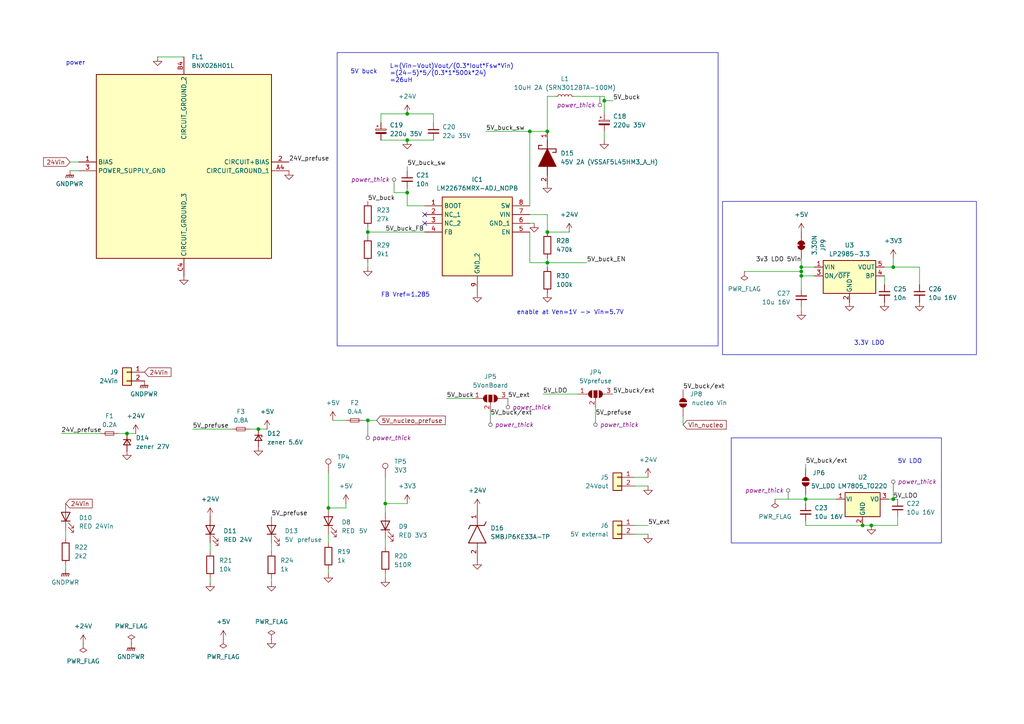
<source format=kicad_sch>
(kicad_sch (version 20231120) (generator "eeschema") (generator_version "8.0")
  (paper "A4")
  (title_block (title "EP5 dashbaord left board") (date "2024-08-05") (rev "3.0") (company "NTURacing") (comment 1 "郭哲明") (comment 2 "electrical group"))
  (junction (at 118.11 55.88))
  (junction (at 106.68 67.31))
  (junction (at 95.25 147.32))
  (junction (at 175.26 29.21))
  (junction (at 153.67 38.1))
  (junction (at 232.41 78.74))
  (junction (at 259.08 77.47))
  (junction (at 158.75 38.1))
  (junction (at 74.93 124.46))
  (junction (at 232.41 80.01))
  (junction (at 232.41 77.47))
  (junction (at 118.11 33.02))
  (junction (at 158.75 76.2))
  (junction (at 106.68 121.92))
  (junction (at 252.73 152.4))
  (junction (at 259.08 144.78))
  (junction (at 233.68 144.78))
  (junction (at 36.83 125.73))
  (junction (at 111.76 146.05))
  (junction (at 250.19 152.4))
  (junction (at 118.11 40.64))
  (junction (at 158.75 67.31))
  (no_connect (at 123.19 64.77))
  (no_connect (at 123.19 62.23))
  (wire (pts (xy 74.93 124.46) (xy 72.39 124.46)))
  (wire (pts (xy 233.68 152.4) (xy 250.19 152.4)))
  (wire (pts (xy 60.96 168.91) (xy 60.96 167.64)))
  (wire (pts (xy 158.75 27.94) (xy 158.75 38.1)))
  (wire (pts (xy 110.49 33.02) (xy 118.11 33.02)))
  (wire (pts (xy 118.11 54.61) (xy 118.11 55.88)))
  (wire (pts (xy 232.41 78.74) (xy 232.41 80.01)))
  (wire (pts (xy 187.96 140.97) (xy 184.15 140.97)))
  (wire (pts (xy 77.47 124.46) (xy 74.93 124.46)))
  (wire (pts (xy 175.26 38.1) (xy 175.26 40.64)))
  (wire (pts (xy 154.94 64.77) (xy 153.67 64.77)))
  (wire (pts (xy 125.73 35.56) (xy 125.73 33.02)))
  (wire (pts (xy 118.11 55.88) (xy 118.11 59.69)))
  (wire (pts (xy 177.8 29.21) (xy 175.26 29.21)))
  (wire (pts (xy 95.25 137.16) (xy 95.25 147.32)))
  (wire (pts (xy 184.15 152.4) (xy 187.96 152.4)))
  (wire (pts (xy 259.08 77.47) (xy 266.7 77.47)))
  (wire (pts (xy 78.74 160.02) (xy 78.74 157.48)))
  (wire (pts (xy 256.54 77.47) (xy 259.08 77.47)))
  (wire (pts (xy 118.11 146.05) (xy 111.76 146.05)))
  (wire (pts (xy 233.68 134.62) (xy 233.68 135.89)))
  (wire (pts (xy 252.73 152.4) (xy 260.35 152.4)))
  (wire (pts (xy 153.67 38.1) (xy 158.75 38.1)))
  (wire (pts (xy 39.37 125.73) (xy 36.83 125.73)))
  (wire (pts (xy 36.83 125.73) (xy 34.29 125.73)))
  (wire (pts (xy 111.76 146.05) (xy 111.76 148.59)))
  (wire (pts (xy 259.08 144.78) (xy 260.35 144.78)))
  (wire (pts (xy 232.41 80.01) (xy 236.22 80.01)))
  (wire (pts (xy 106.68 66.04) (xy 106.68 67.31)))
  (wire (pts (xy 106.68 121.92) (xy 105.41 121.92)))
  (wire (pts (xy 118.11 48.26) (xy 118.11 49.53)))
  (wire (pts (xy 232.41 80.01) (xy 232.41 83.82)))
  (wire (pts (xy 110.49 35.56) (xy 110.49 33.02)))
  (wire (pts (xy 125.73 33.02) (xy 118.11 33.02)))
  (wire (pts (xy 259.08 74.93) (xy 259.08 77.47)))
  (wire (pts (xy 158.75 76.2) (xy 158.75 77.47)))
  (wire (pts (xy 187.96 154.94) (xy 184.15 154.94)))
  (wire (pts (xy 166.37 27.94) (xy 175.26 27.94)))
  (wire (pts (xy 95.25 166.37) (xy 95.25 165.1)))
  (wire (pts (xy 100.33 146.05) (xy 100.33 147.32)))
  (wire (pts (xy 198.12 123.19) (xy 198.12 120.65)))
  (wire (pts (xy 100.33 147.32) (xy 95.25 147.32)))
  (wire (pts (xy 175.26 29.21) (xy 175.26 33.02)))
  (wire (pts (xy 158.75 76.2) (xy 170.18 76.2)))
  (wire (pts (xy 114.3 54.61) (xy 114.3 55.88)))
  (wire (pts (xy 111.76 167.64) (xy 111.76 166.37)))
  (wire (pts (xy 45.72 16.51) (xy 53.34 16.51)))
  (wire (pts (xy 20.32 46.99) (xy 22.86 46.99)))
  (wire (pts (xy 215.9 78.74) (xy 232.41 78.74)))
  (wire (pts (xy 233.68 151.13) (xy 233.68 152.4)))
  (wire (pts (xy 142.24 120.65) (xy 142.24 119.38)))
  (wire (pts (xy 106.68 77.47) (xy 106.68 76.2)))
  (wire (pts (xy 172.72 120.65) (xy 172.72 118.11)))
  (wire (pts (xy 106.68 124.46) (xy 106.68 121.92)))
  (wire (pts (xy 20.32 49.53) (xy 22.86 49.53)))
  (wire (pts (xy 153.67 38.1) (xy 153.67 59.69)))
  (wire (pts (xy 118.11 59.69) (xy 123.19 59.69)))
  (wire (pts (xy 95.25 157.48) (xy 95.25 154.94)))
  (wire (pts (xy 153.67 76.2) (xy 158.75 76.2)))
  (wire (pts (xy 60.96 160.02) (xy 60.96 157.48)))
  (wire (pts (xy 184.15 138.43) (xy 187.96 138.43)))
  (wire (pts (xy 232.41 74.93) (xy 232.41 77.47)))
  (wire (pts (xy 250.19 152.4) (xy 252.73 152.4)))
  (wire (pts (xy 233.68 144.78) (xy 242.57 144.78)))
  (wire (pts (xy 118.11 40.64) (xy 110.49 40.64)))
  (wire (pts (xy 158.75 62.23) (xy 158.75 67.31)))
  (wire (pts (xy 111.76 138.43) (xy 111.76 146.05)))
  (wire (pts (xy 232.41 77.47) (xy 232.41 78.74)))
  (wire (pts (xy 78.74 168.91) (xy 78.74 167.64)))
  (wire (pts (xy 233.68 143.51) (xy 233.68 144.78)))
  (wire (pts (xy 233.68 146.05) (xy 233.68 144.78)))
  (wire (pts (xy 158.75 27.94) (xy 161.29 27.94)))
  (wire (pts (xy 260.35 149.86) (xy 260.35 152.4)))
  (wire (pts (xy 140.97 38.1) (xy 153.67 38.1)))
  (wire (pts (xy 114.3 55.88) (xy 118.11 55.88)))
  (wire (pts (xy 232.41 88.9) (xy 232.41 90.17)))
  (wire (pts (xy 153.67 67.31) (xy 153.67 76.2)))
  (wire (pts (xy 224.79 144.78) (xy 233.68 144.78)))
  (wire (pts (xy 175.26 27.94) (xy 175.26 29.21)))
  (wire (pts (xy 106.68 68.58) (xy 106.68 67.31)))
  (wire (pts (xy 157.48 114.3) (xy 167.64 114.3)))
  (wire (pts (xy 19.05 156.21) (xy 19.05 153.67)))
  (wire (pts (xy 55.88 124.46) (xy 67.31 124.46)))
  (wire (pts (xy 158.75 62.23) (xy 153.67 62.23)))
  (wire (pts (xy 96.52 121.92) (xy 100.33 121.92)))
  (wire (pts (xy 129.54 115.57) (xy 137.16 115.57)))
  (wire (pts (xy 17.78 125.73) (xy 29.21 125.73)))
  (wire (pts (xy 232.41 77.47) (xy 236.22 77.47)))
  (wire (pts (xy 165.1 67.31) (xy 158.75 67.31)))
  (wire (pts (xy 118.11 40.64) (xy 125.73 40.64)))
  (wire (pts (xy 257.81 144.78) (xy 259.08 144.78)))
  (wire (pts (xy 109.22 121.92) (xy 106.68 121.92)))
  (wire (pts (xy 111.76 158.75) (xy 111.76 156.21)))
  (wire (pts (xy 266.7 77.47) (xy 266.7 82.55)))
  (wire (pts (xy 158.75 76.2) (xy 158.75 74.93)))
  (wire (pts (xy 19.05 165.1) (xy 19.05 163.83)))
  (wire (pts (xy 256.54 82.55) (xy 256.54 80.01)))
  (wire (pts (xy 106.68 67.31) (xy 123.19 67.31)))
  (wire (pts (xy 259.08 142.24) (xy 259.08 144.78)))
  (rectangle (start 209.55 58.42) (end 283.21 102.87))
  (rectangle (start 97.79 15.24) (end 208.28 100.33))
  (rectangle (start 212.09 127) (end 273.05 157.48))
  (text "L=(Vin-Vout)Vout/(0.3*Iout*Fsw*Vin)\n=(24-5)*5/(0.3*1*500k*24)\n=26uH" (at 113.03 24.13 0) (effects (font (size 1.27 1.27)) (justify left bottom)))
  (text "enable at Ven=1V -> Vin=5.7V\n" (at 149.86 91.44 0) (effects (font (size 1.27 1.27)) (justify left bottom)))
  (text "5V LDO" (at 260.35 134.62 0) (effects (font (size 1.27 1.27)) (justify left bottom)))
  (text "5V buck" (at 101.6 21.59 0) (effects (font (size 1.27 1.27)) (justify left bottom)))
  (text "3.3V LDO" (at 247.65 100.33 0) (effects (font (size 1.27 1.27)) (justify left bottom)))
  (text "power" (at 19.05 19.05 0) (effects (font (size 1.27 1.27)) (justify left bottom)))
  (text "FB Vref=1.285" (at 110.49 86.36 0) (effects (font (size 1.27 1.27)) (justify left bottom)))
  (label "5V_buck_sw" (at 140.97 38.1 0))
  (label "5V_buck_EN" (at 170.18 76.2 0))
  (label "5V_buck" (at 106.68 58.42 0))
  (label "5V_ext" (at 187.96 152.4 0))
  (label "3v3 LDO 5Vin" (at 232.41 76.2 180))
  (label "5V_buck" (at 129.54 115.57 0))
  (label "5V_buck" (at 177.8 29.21 0))
  (label "5V_prefuse" (at 55.88 124.46 0))
  (label "24V_prefuse" (at 83.82 46.99 0))
  (label "5V_buck{slash}ext" (at 142.24 120.65 0))
  (label "5V_ext" (at 147.32 115.57 0))
  (label "5V_buck{slash}ext" (at 198.12 113.03 0))
  (label "5V_buck_sw" (at 118.11 48.26 0))
  (label "5V_buck_FB" (at 111.76 67.31 0))
  (label "5V_buck{slash}ext" (at 233.68 134.62 0))
  (label "5V_prefuse" (at 78.74 149.86 0))
  (label "24V_prefuse" (at 17.78 125.73 0))
  (label "5V_LDO" (at 259.08 144.78 0))
  (label "5V_buck{slash}ext" (at 177.8 114.3 0))
  (label "5V_prefuse" (at 172.72 120.65 0))
  (label "5V_LDO" (at 157.48 114.3 0))
  (global_label "24Vin" (shape input) (at 19.05 146.05 0) (property "Intersheetrefs" "${INTERSHEET_REFS}" (effects (hide yes))))
  (global_label "24Vin" (shape input) (at 41.91 107.95 0) (property "Intersheetrefs" "${INTERSHEET_REFS}" (effects (hide yes))))
  (global_label "5V_nucleo_prefuse" (shape input) (at 109.22 121.92 0) (property "Intersheetrefs" "${INTERSHEET_REFS}" (effects (hide yes))))
  (global_label "Vin_nucleo" (shape input) (at 198.12 123.19 0) (property "Intersheetrefs" "${INTERSHEET_REFS}" (effects (hide yes))))
  (global_label "24Vin" (shape input) (at 20.32 46.99 180) (property "Intersheetrefs" "${INTERSHEET_REFS}" (effects (hide yes))))
  (netclass_flag "" (length 2.54) (shape round) (at 114.3 54.61 0) (property "Netclass" "power_thick" (at 113.03 52.07 0) (effects (font (italic yes)) (justify right))))
  (netclass_flag "" (length 2.54) (shape round) (at 142.24 120.65 180) (property "Netclass" "power_thick" (at 143.51 123.19 0) (effects (font (italic yes)) (justify left))))
  (netclass_flag "" (length 2.54) (shape round) (at 147.32 115.57 180) (property "Netclass" "power_thick" (at 148.59 118.11 0) (effects (font (italic yes)) (justify left))))
  (netclass_flag "" (length 2.54) (shape round) (at 106.68 124.46 180) (property "Netclass" "power_thick" (at 107.95 127 0) (effects (font (italic yes)) (justify left))))
  (netclass_flag "" (length 2.54) (shape round) (at 172.72 120.65 180) (property "Netclass" "power_thick" (at 173.99 123.19 0) (effects (font (italic yes)) (justify left))))
  (netclass_flag "" (length 2.54) (shape round) (at 259.08 142.24 0) (property "Netclass" "power_thick" (at 260.35 139.7 0) (effects (font (italic yes)) (justify left))))
  (netclass_flag "" (length 2.54) (shape round) (at 228.6 144.78 0) (property "Netclass" "power_thick" (at 227.33 142.24 0) (effects (font (italic yes)) (justify right))))
  (netclass_flag "" (length 2.54) (shape round) (at 173.99 27.94 180) (property "Netclass" "power_thick" (at 172.72 30.48 0) (effects (font (italic yes)) (justify right))))
  (symbol (lib_id "power:+5V") (at 96.52 121.92 0) (unit 1)
    (property "Reference" "#PWR070" (effects (hide yes)))
    (property "Value" "+5V" (at 96.52 116.84 0))
    (property "Description" "Power symbol creates a global label with name \"+5V\"" (effects (hide yes)))
    (instances (project "EP5 dashboard DIYbox board2" (path "" (reference "#PWR070") (unit 1))) (project "rearbox_nucleo_1" (path "" (reference "#PWR017") (unit 1)) (path "" (reference "#PWR023") (unit 1))))
  )
  (symbol (lib_id "power:GND") (at 187.96 140.97 0) (unit 1)
    (property "Reference" "#PWR010" (effects (hide yes)))
    (property "Value" "GND" (effects (hide yes)))
    (property "Description" "Power symbol creates a global label with name \"GND\" , ground" (effects (hide yes)))
    (instances (project "EP5 dashboard DIYbox board2" (path "" (reference "#PWR010") (unit 1))) (project "rearbox_nucleo_1" (path "" (reference "#PWR027") (unit 1)) (path "" (reference "#PWR036") (unit 1))))
  )
  (symbol (lib_id "Device:Fuse_Small") (at 31.75 125.73 0) (unit 1)
    (property "Reference" "F1" (at 31.75 120.65 0))
    (property "Value" "0.2A" (at 31.75 123.19 0))
    (property "Footprint" "Fuse:Fuse_2512_6332Metric_Pad1.52x3.35mm_HandSolder" (effects (hide yes)))
    (property "Description" "Fuse, small symbol" (effects (hide yes)))
    (instances (project "EP5 dashboard DIYbox board2" (path "" (reference "F1") (unit 1))) (project "rearbox_nucleo_1" (path "" (reference "F2") (unit 1))))
  )
  (symbol (lib_id "Device:C_Small") (at 125.73 38.1 0) (unit 1)
    (property "Reference" "C20" (at 128.27 36.8363 0) (effects (justify left)))
    (property "Value" "22u 35V" (at 128.27 39.3763 0) (effects (justify left)))
    (property "Footprint" "Capacitor_SMD:C_1206_3216Metric" (effects (hide yes)))
    (property "Description" "Unpolarized capacitor, small symbol" (effects (hide yes)))
    (instances (project "EP5 dashboard DIYbox board2" (path "" (reference "C20") (unit 1))) (project "rearbox_nucleo_1" (path "" (reference "C3") (unit 1))))
  )
  (symbol (lib_id "SamacSys_Parts:VSSAF5L45HM3_A_H") (at 158.75 35.56 270) (unit 1)
    (property "Reference" "D15" (at 162.56 44.45 90) (effects (justify left)))
    (property "Value" "45V 2A (VSSAF5L45HM3_A_H)" (at 162.56 46.99 90) (effects (justify left)))
    (property "Footprint" "SamacSys_Parts:SODFL5226X100N" (effects (hide yes)))
    (property "Datasheet" "https://www.vishay.com/docs/89934/vssaf5l45.pdf" (effects (hide yes)))
    (property "Description" "Schottky Diodes & Rectifiers TMBS 45V Vrrm eSMP AEC-Q101 Qualified" (effects (hide yes)))
    (property "Height" "1" (effects (hide yes)))
    (property "Mouser Part Number" "78-VSSAF5L45HM3_A/H" (effects (hide yes)))
    (property "Mouser Price/Stock" "https://www.mouser.co.uk/ProductDetail/Vishay-General-Semiconductor/VSSAF5L45HM3_A-H?qs=Vcr9%2FL0R50j9URAPL4oknQ%3D%3D" (effects (hide yes)))
    (property "Manufacturer_Name" "Vishay" (effects (hide yes)))
    (property "Manufacturer_Part_Number" "VSSAF5L45HM3_A/H" (effects (hide yes)))
    (instances (project "EP5 dashboard DIYbox board2" (path "" (reference "D15") (unit 1))) (project "rearbox_nucleo_1" (path "" (reference "D2") (unit 1))))
  )
  (symbol (lib_id "Connector_Generic:Conn_01x02") (at 179.07 138.43 0) (mirror y) (unit 1)
    (property "Reference" "J5" (at 176.53 138.43 0) (effects (justify left)))
    (property "Value" "24Vout" (at 176.53 140.97 0) (effects (justify left)))
    (property "Footprint" "Connector_PinHeader_2.54mm:PinHeader_1x02_P2.54mm_Vertical" (effects (hide yes)))
    (property "Description" "Generic connector, single row, 01x02, script generated (kicad-library-utils/schlib/autogen/connector/)" (effects (hide yes)))
    (instances (project "EP5 dashboard DIYbox board2" (path "" (reference "J5") (unit 1))) (project "rearbox_nucleo_1" (path "" (reference "J5") (unit 1)) (path "" (reference "J6") (unit 1))))
  )
  (symbol (lib_id "Device:R") (at 111.76 162.56 0) (unit 1)
    (property "Reference" "R20" (at 114.3 161.29 0) (effects (justify left)))
    (property "Value" "510R" (at 114.3 163.83 0) (effects (justify left)))
    (property "Footprint" "Resistor_SMD:R_0603_1608Metric" (effects (hide yes)))
    (property "Description" "Resistor" (effects (hide yes)))
    (instances (project "EP5 dashboard DIYbox board2" (path "" (reference "R20") (unit 1))) (project "rearbox_nucleo_1" (path "" (reference "R23") (unit 1)) (path "" (reference "R22") (unit 1))) (project "BMS_MASTER_STM32F105RC" (path "" (reference "R17") (unit 1))))
  )
  (symbol (lib_id "Device:R") (at 78.74 163.83 0) (unit 1)
    (property "Reference" "R24" (at 81.28 162.56 0) (effects (justify left)))
    (property "Value" "1k" (at 81.28 165.1 0) (effects (justify left)))
    (property "Footprint" "Resistor_SMD:R_0603_1608Metric" (effects (hide yes)))
    (property "Description" "Resistor" (effects (hide yes)))
    (instances (project "EP5 dashboard DIYbox board2" (path "" (reference "R24") (unit 1))) (project "rearbox_nucleo_1" (path "" (reference "R22") (unit 1)) (path "" (reference "R22") (unit 1))) (project "BMS_MASTER_STM32F105RC" (path "" (reference "R17") (unit 1))))
  )
  (symbol (lib_id "Device:LED") (at 60.96 153.67 90) (unit 1)
    (property "Reference" "D11" (at 64.77 153.9875 90) (effects (justify right)))
    (property "Value" "RED 24V" (at 64.77 156.5275 90) (effects (justify right)))
    (property "Footprint" "LED_SMD:LED_0603_1608Metric" (effects (hide yes)))
    (property "Description" "Light emitting diode" (effects (hide yes)))
    (instances (project "EP5 dashboard DIYbox board2" (path "" (reference "D11") (unit 1))) (project "rearbox_nucleo_1" (path "" (reference "D5") (unit 1)) (path "" (reference "D7") (unit 1))) (project "BMS_MASTER_STM32F105RC" (path "" (reference "D1") (unit 1))))
  )
  (symbol (lib_id "power:+24V") (at 187.96 138.43 0) (unit 1)
    (property "Reference" "#PWR030" (effects (hide yes)))
    (property "Value" "+24V" (at 187.96 133.35 0))
    (property "Description" "Power symbol creates a global label with name \"+24V\"" (effects (hide yes)))
    (instances (project "EP5 dashboard DIYbox board2" (path "" (reference "#PWR030") (unit 1))) (project "rearbox_nucleo_1" (path "" (reference "#PWR034") (unit 1)) (path "" (reference "#PWR035") (unit 1))))
  )
  (symbol (lib_id "Device:D_Zener_Small") (at 74.93 127 270) (unit 1)
    (property "Reference" "D12" (at 77.47 125.73 90) (effects (justify left)))
    (property "Value" "zener 5.6V" (at 77.47 128.27 90) (effects (justify left)))
    (property "Footprint" "Diode_SMD:D_MiniMELF" (effects (hide yes)))
    (property "Description" "Zener diode, small symbol" (effects (hide yes)))
    (instances (project "EP5 dashboard DIYbox board2" (path "" (reference "D12") (unit 1))) (project "rearbox_nucleo_1" (path "" (reference "D1") (unit 1))))
  )
  (symbol (lib_id "power:GND") (at 138.43 162.56 0) (unit 1)
    (property "Reference" "#PWR093" (effects (hide yes)))
    (property "Value" "GND" (effects (hide yes)))
    (property "Description" "Power symbol creates a global label with name \"GND\" , ground" (effects (hide yes)))
    (instances (project "EP5 dashboard DIYbox board2" (path "" (reference "#PWR093") (unit 1))) (project "rearbox_nucleo_1" (path "" (reference "#PWR038") (unit 1)) (path "" (reference "#PWR036") (unit 1))))
  )
  (symbol (lib_id "Device:R") (at 158.75 81.28 0) (unit 1)
    (property "Reference" "R30" (at 161.29 80.01 0) (effects (justify left)))
    (property "Value" "100k" (at 161.29 82.55 0) (effects (justify left)))
    (property "Footprint" "Resistor_SMD:R_0603_1608Metric" (effects (hide yes)))
    (property "Description" "Resistor" (effects (hide yes)))
    (instances (project "EP5 dashboard DIYbox board2" (path "" (reference "R30") (unit 1))) (project "rearbox_nucleo_1" (path "" (reference "R22") (unit 1)) (path "" (reference "R4") (unit 1))) (project "BMS_MASTER_STM32F105RC" (path "" (reference "R17") (unit 1))))
  )
  (symbol (lib_id "Device:LED") (at 95.25 151.13 90) (unit 1)
    (property "Reference" "D8" (at 99.06 151.4475 90) (effects (justify right)))
    (property "Value" "RED　5V" (at 99.06 153.9875 90) (effects (justify right)))
    (property "Footprint" "LED_SMD:LED_0603_1608Metric" (effects (hide yes)))
    (property "Description" "Light emitting diode" (effects (hide yes)))
    (instances (project "EP5 dashboard DIYbox board2" (path "" (reference "D8") (unit 1))) (project "rearbox_nucleo_1" (path "" (reference "D7") (unit 1)) (path "" (reference "D5") (unit 1))) (project "BMS_MASTER_STM32F105RC" (path "" (reference "D1") (unit 1))))
  )
  (symbol (lib_id "Device:D_Zener_Small") (at 36.83 128.27 270) (unit 1)
    (property "Reference" "D14" (at 39.37 127 90) (effects (justify left)))
    (property "Value" "zener 27V" (at 39.37 129.54 90) (effects (justify left)))
    (property "Footprint" "Diode_SMD:D_MiniMELF" (effects (hide yes)))
    (property "Description" "Zener diode, small symbol" (effects (hide yes)))
    (instances (project "EP5 dashboard DIYbox board2" (path "" (reference "D14") (unit 1))) (project "rearbox_nucleo_1" (path "" (reference "D1") (unit 1))))
  )
  (symbol (lib_id "Regulator_Linear:LP2985-3.3") (at 246.38 80.01 0) (unit 1)
    (property "Reference" "U3" (at 246.38 71.12 0))
    (property "Value" "LP2985-3.3" (at 246.38 73.66 0))
    (property "Footprint" "Package_TO_SOT_SMD:SOT-23-5" (effects (hide yes)))
    (property "Datasheet" "http://www.ti.com/lit/ds/symlink/lp2985.pdf" (effects (hide yes)))
    (property "Description" "150mA 16V Low-noise Low-dropout Regulator With Shutdown, 3.3V output voltage, SOT-23-5" (effects (hide yes)))
    (instances (project "EP5 dashboard DIYbox board2" (path "" (reference "U3") (unit 1))) (project "rearbox_nucleo_1" (path "" (reference "U2") (unit 1))) (project "power board" (path "" (reference "U1") (unit 1)) (path "" (reference "U1") (unit 1))))
  )
  (symbol (lib_id "Connector:TestPoint") (at 111.76 138.43 0) (unit 1)
    (property "Reference" "TP5" (at 114.3 133.858 0) (effects (justify left)))
    (property "Value" "3V3" (at 114.3 136.398 0) (effects (justify left)))
    (property "Footprint" "TestPoint:TestPoint_Pad_D1.0mm" (effects (hide yes)))
    (property "Description" "test point" (effects (hide yes)))
    (instances (project "EP5 dashboard DIYbox board2" (path "" (reference "TP5") (unit 1))) (project "rearbox_nucleo_1" (path "" (reference "TP1") (unit 1)) (path "" (reference "TP5") (unit 1))))
  )
  (symbol (lib_id "power:GND") (at 95.25 166.37 0) (unit 1)
    (property "Reference" "#PWR045" (effects (hide yes)))
    (property "Value" "GND" (effects (hide yes)))
    (property "Description" "Power symbol creates a global label with name \"GND\" , ground" (effects (hide yes)))
    (instances (project "EP5 dashboard DIYbox board2" (path "" (reference "#PWR045") (unit 1))) (project "rearbox_nucleo_1" (path "" (reference "#PWR0100") (unit 1)) (path "" (reference "#PWR0104") (unit 1))) (project "BMS_MASTER_STM32F105RC" (path "" (reference "#PWR080") (unit 1))))
  )
  (symbol (lib_id "Device:LED") (at 19.05 149.86 90) (unit 1)
    (property "Reference" "D10" (at 22.86 150.1775 90) (effects (justify right)))
    (property "Value" "RED 24Vin" (at 33.02 152.654 90) (effects (justify left)))
    (property "Footprint" "LED_SMD:LED_0603_1608Metric" (effects (hide yes)))
    (property "Description" "Light emitting diode" (effects (hide yes)))
    (instances (project "EP5 dashboard DIYbox board2" (path "" (reference "D10") (unit 1))) (project "rearbox_nucleo_1" (path "" (reference "D5") (unit 1)) (path "" (reference "D7") (unit 1))) (project "BMS_MASTER_STM32F105RC" (path "" (reference "D1") (unit 1))))
  )
  (symbol (lib_id "power:GND") (at 60.96 168.91 0) (unit 1)
    (property "Reference" "#PWR081" (effects (hide yes)))
    (property "Value" "GND" (effects (hide yes)))
    (property "Description" "Power symbol creates a global label with name \"GND\" , ground" (effects (hide yes)))
    (instances (project "EP5 dashboard DIYbox board2" (path "" (reference "#PWR081") (unit 1))) (project "rearbox_nucleo_1" (path "" (reference "#PWR0100") (unit 1)) (path "" (reference "#PWR0104") (unit 1))) (project "BMS_MASTER_STM32F105RC" (path "" (reference "#PWR080") (unit 1))))
  )
  (symbol (lib_id "Device:R") (at 19.05 160.02 0) (unit 1)
    (property "Reference" "R22" (at 21.59 158.75 0) (effects (justify left)))
    (property "Value" "2k2" (at 21.59 161.29 0) (effects (justify left)))
    (property "Footprint" "Resistor_SMD:R_0603_1608Metric" (effects (hide yes)))
    (property "Description" "Resistor" (effects (hide yes)))
    (instances (project "EP5 dashboard DIYbox board2" (path "" (reference "R22") (unit 1))) (project "rearbox_nucleo_1" (path "" (reference "R21") (unit 1)) (path "" (reference "R49") (unit 1))) (project "BMS_MASTER_STM32F105RC" (path "" (reference "R17") (unit 1))))
  )
  (symbol (lib_id "Device:LED") (at 111.76 152.4 90) (unit 1)
    (property "Reference" "D9" (at 115.57 152.7175 90) (effects (justify right)))
    (property "Value" "RED 3V3" (at 115.57 155.2575 90) (effects (justify right)))
    (property "Footprint" "LED_SMD:LED_0603_1608Metric" (effects (hide yes)))
    (property "Description" "Light emitting diode" (effects (hide yes)))
    (instances (project "EP5 dashboard DIYbox board2" (path "" (reference "D9") (unit 1))) (project "rearbox_nucleo_1" (path "" (reference "D9") (unit 1)) (path "" (reference "D5") (unit 1))) (project "BMS_MASTER_STM32F105RC" (path "" (reference "D1") (unit 1))))
  )
  (symbol (lib_id "power:GND") (at 154.94 64.77 0) (unit 1)
    (property "Reference" "#PWR068" (effects (hide yes)))
    (property "Value" "GND" (effects (hide yes)))
    (property "Description" "Power symbol creates a global label with name \"GND\" , ground" (effects (hide yes)))
    (instances (project "EP5 dashboard DIYbox board2" (path "" (reference "#PWR068") (unit 1))) (project "rearbox_nucleo_1" (path "" (reference "#PWR032") (unit 1)) (path "" (reference "#PWR036") (unit 1))))
  )
  (symbol (lib_id "power:GND") (at 158.75 85.09 0) (unit 1)
    (property "Reference" "#PWR087" (effects (hide yes)))
    (property "Value" "GND" (effects (hide yes)))
    (property "Description" "Power symbol creates a global label with name \"GND\" , ground" (effects (hide yes)))
    (instances (project "EP5 dashboard DIYbox board2" (path "" (reference "#PWR087") (unit 1))) (project "rearbox_nucleo_1" (path "" (reference "#PWR037") (unit 1)) (path "" (reference "#PWR036") (unit 1))))
  )
  (symbol (lib_id "power:GNDPWR") (at 20.32 49.53 0) (unit 1)
    (property "Reference" "#PWR052" (effects (hide yes)))
    (property "Value" "GNDPWR" (at 20.193 53.34 0))
    (property "Description" "Power symbol creates a global label with name \"GNDPWR\" , global ground" (effects (hide yes)))
  )
  (symbol (lib_id "power:GND") (at 45.72 16.51 0) (unit 1)
    (property "Reference" "#PWR051" (effects (hide yes)))
    (property "Value" "GND" (effects (hide yes)))
    (property "Description" "Power symbol creates a global label with name \"GND\" , ground" (effects (hide yes)))
    (instances (project "EP5 dashboard DIYbox board2" (path "" (reference "#PWR051") (unit 1))) (project "rearbox_nucleo_1" (path "" (reference "#PWR067") (unit 1))) (project "BMS_MASTER_STM32F105RC" (path "" (reference "#PWR017") (unit 1))))
  )
  (symbol (lib_id "power:GND") (at 78.74 185.42 0) (unit 1)
    (property "Reference" "#PWR056" (effects (hide yes)))
    (property "Value" "GND" (effects (hide yes)))
    (property "Description" "Power symbol creates a global label with name \"GND\" , ground" (effects (hide yes)))
  )
  (symbol (lib_id "power:GND") (at 74.93 129.54 0) (unit 1)
    (property "Reference" "#PWR072" (effects (hide yes)))
    (property "Value" "GND" (effects (hide yes)))
    (property "Description" "Power symbol creates a global label with name \"GND\" , ground" (effects (hide yes)))
    (instances (project "EP5 dashboard DIYbox board2" (path "" (reference "#PWR072") (unit 1))) (project "rearbox_nucleo_1" (path "" (reference "#PWR0110") (unit 1))))
  )
  (symbol (lib_id "power:GND") (at 53.34 80.01 0) (unit 1)
    (property "Reference" "#PWR050" (effects (hide yes)))
    (property "Value" "GND" (effects (hide yes)))
    (property "Description" "Power symbol creates a global label with name \"GND\" , ground" (effects (hide yes)))
    (instances (project "EP5 dashboard DIYbox board2" (path "" (reference "#PWR050") (unit 1))) (project "rearbox_nucleo_1" (path "" (reference "#PWR067") (unit 1))) (project "BMS_MASTER_STM32F105RC" (path "" (reference "#PWR017") (unit 1))))
  )
  (symbol (lib_id "Device:C_Small") (at 256.54 85.09 0) (unit 1)
    (property "Reference" "C25" (at 259.08 83.8263 0) (effects (justify left)))
    (property "Value" "10n" (at 259.08 86.3663 0) (effects (justify left)))
    (property "Footprint" "Capacitor_SMD:C_0603_1608Metric" (effects (hide yes)))
    (property "Description" "Unpolarized capacitor, small symbol" (effects (hide yes)))
    (instances (project "EP5 dashboard DIYbox board2" (path "" (reference "C25") (unit 1))) (project "rearbox_nucleo_1" (path "" (reference "C5") (unit 1))) (project "power board" (path "" (reference "C7") (unit 1)) (path "" (reference "C7") (unit 1))))
  )
  (symbol (lib_id "power:+24V") (at 165.1 67.31 0) (unit 1)
    (property "Reference" "#PWR069" (effects (hide yes)))
    (property "Value" "+24V" (at 165.1 62.23 0))
    (property "Description" "Power symbol creates a global label with name \"+24V\"" (effects (hide yes)))
    (instances (project "EP5 dashboard DIYbox board2" (path "" (reference "#PWR069") (unit 1))) (project "rearbox_nucleo_1" (path "" (reference "#PWR033") (unit 1)) (path "" (reference "#PWR035") (unit 1))))
  )
  (symbol (lib_id "Device:Fuse_Small") (at 102.87 121.92 0) (unit 1)
    (property "Reference" "F2" (at 102.87 116.84 0))
    (property "Value" "0.4A" (at 102.87 119.38 0))
    (property "Footprint" "Fuse:Fuse_2512_6332Metric_Pad1.52x3.35mm_HandSolder" (effects (hide yes)))
    (property "Description" "Fuse, small symbol" (effects (hide yes)))
  )
  (symbol (lib_id "Device:R") (at 106.68 72.39 0) (unit 1)
    (property "Reference" "R29" (at 109.22 71.12 0) (effects (justify left)))
    (property "Value" "9k1" (at 109.22 73.66 0) (effects (justify left)))
    (property "Footprint" "Resistor_SMD:R_0603_1608Metric" (effects (hide yes)))
    (property "Description" "Resistor" (effects (hide yes)))
    (instances (project "EP5 dashboard DIYbox board2" (path "" (reference "R29") (unit 1))) (project "rearbox_nucleo_1" (path "" (reference "R22") (unit 1)) (path "" (reference "R3") (unit 1))) (project "BMS_MASTER_STM32F105RC" (path "" (reference "R17") (unit 1))))
  )
  (symbol (lib_id "Connector_Generic:Conn_01x02") (at 36.83 107.95 0) (mirror y) (unit 1)
    (property "Reference" "J9" (at 34.29 107.95 0) (effects (justify left)))
    (property "Value" "24Vin" (at 34.29 110.49 0) (effects (justify left)))
    (property "Footprint" "Connector_JST:JST_XH_B2B-XH-A_1x02_P2.50mm_Vertical" (effects (hide yes)))
    (property "Description" "Generic connector, single row, 01x02, script generated (kicad-library-utils/schlib/autogen/connector/)" (effects (hide yes)))
  )
  (symbol (lib_id "Device:R") (at 95.25 161.29 0) (unit 1)
    (property "Reference" "R19" (at 97.79 160.02 0) (effects (justify left)))
    (property "Value" "1k" (at 97.79 162.56 0) (effects (justify left)))
    (property "Footprint" "Resistor_SMD:R_0603_1608Metric" (effects (hide yes)))
    (property "Description" "Resistor" (effects (hide yes)))
    (instances (project "EP5 dashboard DIYbox board2" (path "" (reference "R19") (unit 1))) (project "rearbox_nucleo_1" (path "" (reference "R22") (unit 1)) (path "" (reference "R22") (unit 1))) (project "BMS_MASTER_STM32F105RC" (path "" (reference "R17") (unit 1))))
  )
  (symbol (lib_id "Device:C_Small") (at 266.7 85.09 0) (unit 1)
    (property "Reference" "C26" (at 269.24 83.82 0) (effects (justify left)))
    (property "Value" "10u 16V" (at 269.24 86.36 0) (effects (justify left)))
    (property "Footprint" "Capacitor_SMD:C_0805_2012Metric" (effects (hide yes)))
    (property "Description" "Unpolarized capacitor, small symbol" (effects (hide yes)))
    (instances (project "EP5 dashboard DIYbox board2" (path "" (reference "C26") (unit 1))) (project "rearbox_nucleo_1" (path "" (reference "C6") (unit 1))) (project "power board" (path "" (reference "C8") (unit 1)) (path "" (reference "C8") (unit 1))))
  )
  (symbol (lib_id "power:+24V") (at 39.37 125.73 0) (unit 1)
    (property "Reference" "#PWR05" (effects (hide yes)))
    (property "Value" "+24V" (at 39.37 120.65 0))
    (property "Description" "Power symbol creates a global label with name \"+24V\"" (effects (hide yes)))
  )
  (symbol (lib_id "power:GNDPWR") (at 19.05 165.1 0) (unit 1)
    (property "Reference" "#PWR042" (effects (hide yes)))
    (property "Value" "GNDPWR" (at 18.923 168.91 0))
    (property "Description" "Power symbol creates a global label with name \"GNDPWR\" , global ground" (effects (hide yes)))
  )
  (symbol (lib_id "Connector_Generic:Conn_01x02") (at 179.07 152.4 0) (mirror y) (unit 1)
    (property "Reference" "J6" (at 176.53 152.4 0) (effects (justify left)))
    (property "Value" "5V external" (at 176.53 154.94 0) (effects (justify left)))
    (property "Footprint" "Connector_JST:JST_XH_B2B-XH-A_1x02_P2.50mm_Vertical" (effects (hide yes)))
    (property "Description" "Generic connector, single row, 01x02, script generated (kicad-library-utils/schlib/autogen/connector/)" (effects (hide yes)))
  )
  (symbol (lib_id "Device:C_Small") (at 232.41 86.36 0) (mirror y) (unit 1)
    (property "Reference" "C27" (at 229.235 85.09 0) (effects (justify left)))
    (property "Value" "10u 16V" (at 229.235 87.63 0) (effects (justify left)))
    (property "Footprint" "Capacitor_SMD:C_0805_2012Metric" (effects (hide yes)))
    (property "Description" "Unpolarized capacitor, small symbol" (effects (hide yes)))
    (instances (project "EP5 dashboard DIYbox board2" (path "" (reference "C27") (unit 1))) (project "rearbox_nucleo_1" (path "" (reference "C7") (unit 1))) (project "power board" (path "" (reference "C10") (unit 1)) (path "" (reference "C10") (unit 1))))
  )
  (symbol (lib_id "Jumper:SolderJumper_3_Open") (at 172.72 114.3 0) (unit 1)
    (property "Reference" "JP4" (at 172.72 107.95 0))
    (property "Value" "5Vprefuse" (at 172.72 110.49 0))
    (property "Footprint" "Jumper:SolderJumper-3_P1.3mm_Open_Pad1.0x1.5mm_NumberLabels" (effects (hide yes)))
    (property "Description" "Solder Jumper, 3-pole, open" (effects (hide yes)))
    (instances (project "EP5 dashboard DIYbox board2" (path "" (reference "JP4") (unit 1))) (project "rearbox_nucleo_1" (path "" (reference "JP1") (unit 1)) (path "" (reference "JP1") (unit 1))))
  )
  (symbol (lib_id "power:GND") (at 266.7 87.63 0) (unit 1)
    (property "Reference" "#PWR097" (effects (hide yes)))
    (property "Value" "GND" (effects (hide yes)))
    (property "Description" "Power symbol creates a global label with name \"GND\" , ground" (effects (hide yes)))
    (instances (project "EP5 dashboard DIYbox board2" (path "" (reference "#PWR097") (unit 1))) (project "rearbox_nucleo_1" (path "" (reference "#PWR043") (unit 1))) (project "power board" (path "" (reference "#PWR032") (unit 1)) (path "" (reference "#PWR032") (unit 1))))
  )
  (symbol (lib_id "power:GNDPWR") (at 38.1 186.69 0) (unit 1)
    (property "Reference" "#PWR058" (effects (hide yes)))
    (property "Value" "GNDPWR" (at 37.973 190.5 0))
    (property "Description" "Power symbol creates a global label with name \"GNDPWR\" , global ground" (effects (hide yes)))
  )
  (symbol (lib_id "power:+5V") (at 64.77 185.42 0) (unit 1)
    (property "Reference" "#PWR032" (effects (hide yes)))
    (property "Value" "+5V" (at 64.77 180.34 0))
    (property "Description" "Power symbol creates a global label with name \"+5V\"" (effects (hide yes)))
  )
  (symbol (lib_id "power:GND") (at 246.38 87.63 0) (unit 1)
    (property "Reference" "#PWR095" (effects (hide yes)))
    (property "Value" "GND" (effects (hide yes)))
    (property "Description" "Power symbol creates a global label with name \"GND\" , ground" (effects (hide yes)))
    (instances (project "EP5 dashboard DIYbox board2" (path "" (reference "#PWR095") (unit 1))) (project "rearbox_nucleo_1" (path "" (reference "#PWR041") (unit 1))) (project "power board" (path "" (reference "#PWR030") (unit 1)) (path "" (reference "#PWR030") (unit 1))))
  )
  (symbol (lib_id "Jumper:SolderJumper_3_Open") (at 142.24 115.57 0) (unit 1)
    (property "Reference" "JP5" (at 142.24 109.22 0))
    (property "Value" "5VonBoard" (at 142.24 111.76 0))
    (property "Footprint" "Jumper:SolderJumper-3_P1.3mm_Open_Pad1.0x1.5mm_NumberLabels" (effects (hide yes)))
    (property "Description" "Solder Jumper, 3-pole, open" (effects (hide yes)))
    (instances (project "EP5 dashboard DIYbox board2" (path "" (reference "JP5") (unit 1))) (project "rearbox_nucleo_1" (path "" (reference "JP2") (unit 1)) (path "" (reference "JP1") (unit 1))))
  )
  (symbol (lib_id "Jumper:SolderJumper_2_Open") (at 233.68 139.7 90) (mirror x) (unit 1)
    (property "Reference" "JP6" (at 237.49 137.16 90))
    (property "Value" "5V_LDO" (at 238.76 140.97 90))
    (property "Footprint" "Jumper:SolderJumper-2_P1.3mm_Open_Pad1.0x1.5mm" (effects (hide yes)))
    (property "Description" "Solder Jumper, 2-pole, open" (effects (hide yes)))
    (instances (project "EP5 dashboard DIYbox board2" (path "" (reference "JP6") (unit 1))) (project "rearbox_nucleo_1" (path "" (reference "JP3") (unit 1)) (path "" (reference "JP4") (unit 1)) (path "" (reference "JP9") (unit 1))))
  )
  (symbol (lib_id "Device:LED") (at 78.74 153.67 90) (unit 1)
    (property "Reference" "D13" (at 82.55 153.9875 90) (effects (justify right)))
    (property "Value" "5V　prefuse" (at 82.55 156.5275 90) (effects (justify right)))
    (property "Footprint" "LED_SMD:LED_0603_1608Metric" (effects (hide yes)))
    (property "Description" "Light emitting diode" (effects (hide yes)))
    (instances (project "EP5 dashboard DIYbox board2" (path "" (reference "D13") (unit 1))) (project "rearbox_nucleo_1" (path "" (reference "D7") (unit 1)) (path "" (reference "D5") (unit 1))) (project "BMS_MASTER_STM32F105RC" (path "" (reference "D1") (unit 1))))
  )
  (symbol (lib_id "Device:R") (at 158.75 71.12 0) (unit 1)
    (property "Reference" "R28" (at 161.29 69.85 0) (effects (justify left)))
    (property "Value" "470k" (at 161.29 72.39 0) (effects (justify left)))
    (property "Footprint" "Resistor_SMD:R_0603_1608Metric" (effects (hide yes)))
    (property "Description" "Resistor" (effects (hide yes)))
    (instances (project "EP5 dashboard DIYbox board2" (path "" (reference "R28") (unit 1))) (project "rearbox_nucleo_1" (path "" (reference "R22") (unit 1)) (path "" (reference "R2") (unit 1))) (project "BMS_MASTER_STM32F105RC" (path "" (reference "R17") (unit 1))))
  )
  (symbol (lib_id "power:+3V3") (at 118.11 146.05 0) (unit 1)
    (property "Reference" "#PWR048" (effects (hide yes)))
    (property "Value" "+3V3" (at 118.11 140.97 0))
    (property "Description" "Power symbol creates a global label with name \"+3V3\"" (effects (hide yes)))
    (instances (project "EP5 dashboard DIYbox board2" (path "" (reference "#PWR048") (unit 1))) (project "rearbox_nucleo_1" (path "" (reference "#PWR0104") (unit 1))))
  )
  (symbol (lib_id "Jumper:SolderJumper_2_Bridged") (at 232.41 71.12 90) (mirror x) (unit 1) (exclude_from_sim yes) (in_bom no)
    (property "Reference" "JP9" (at 238.76 71.12 0))
    (property "Value" "3.3ON" (at 236.22 71.12 0))
    (property "Footprint" "Jumper:SolderJumper-2_P1.3mm_Open_Pad1.0x1.5mm" (effects (hide yes)))
    (property "Description" "Solder Jumper, 2-pole, closed/bridged" (effects (hide yes)))
    (instances (project "EP5 dashboard DIYbox board2" (path "" (reference "JP9") (unit 1))) (project "rearbox_nucleo_1" (path "" (reference "JP3") (unit 1)) (path "" (reference "JP3") (unit 1)) (path "" (reference "JP9") (unit 1))))
  )
  (symbol (lib_id "power:GND") (at 83.82 49.53 0) (unit 1)
    (property "Reference" "#PWR047" (effects (hide yes)))
    (property "Value" "GND" (effects (hide yes)))
    (property "Description" "Power symbol creates a global label with name \"GND\" , ground" (effects (hide yes)))
    (instances (project "EP5 dashboard DIYbox board2" (path "" (reference "#PWR047") (unit 1))) (project "rearbox_nucleo_1" (path "" (reference "#PWR067") (unit 1))) (project "BMS_MASTER_STM32F105RC" (path "" (reference "#PWR017") (unit 1))))
  )
  (symbol (lib_id "power:GNDPWR") (at 41.91 110.49 0) (unit 1)
    (property "Reference" "#PWR099" (effects (hide yes)))
    (property "Value" "GNDPWR" (at 41.783 114.3 0))
    (property "Description" "Power symbol creates a global label with name \"GNDPWR\" , global ground" (effects (hide yes)))
  )
  (symbol (lib_id "power:+24V") (at 138.43 147.32 0) (unit 1)
    (property "Reference" "#PWR083" (effects (hide yes)))
    (property "Value" "+24V" (at 138.43 142.24 0))
    (property "Description" "Power symbol creates a global label with name \"+24V\"" (effects (hide yes)))
    (instances (project "EP5 dashboard DIYbox board2" (path "" (reference "#PWR083") (unit 1))) (project "rearbox_nucleo_1" (path "" (reference "#PWR034") (unit 1)) (path "" (reference "#PWR035") (unit 1))))
  )
  (symbol (lib_id "Jumper:SolderJumper_2_Open") (at 198.12 116.84 90) (mirror x) (unit 1)
    (property "Reference" "JP8" (at 201.93 114.3 90))
    (property "Value" "nucleo Vin" (at 205.74 116.84 90))
    (property "Footprint" "Jumper:SolderJumper-2_P1.3mm_Open_Pad1.0x1.5mm" (effects (hide yes)))
    (property "Description" "Solder Jumper, 2-pole, open" (effects (hide yes)))
    (instances (project "EP5 dashboard DIYbox board2" (path "" (reference "JP8") (unit 1))) (project "rearbox_nucleo_1" (path "" (reference "JP3") (unit 1)) (path "" (reference "JP4") (unit 1)) (path "" (reference "JP9") (unit 1))))
  )
  (symbol (lib_id "Device:L_Small") (at 163.83 27.94 90) (unit 1)
    (property "Reference" "L1" (at 163.83 22.86 90))
    (property "Value" "10uH 2A (SRN3012BTA-100M)" (at 163.83 25.4 90))
    (property "Footprint" "SamacSys_Parts:SRN3012BTA100M" (effects (hide yes)))
    (property "Description" "Inductor, small symbol" (effects (hide yes)))
    (instances (project "EP5 dashboard DIYbox board2" (path "" (reference "L1") (unit 1))) (project "rearbox_nucleo_1" (path "" (reference "L2") (unit 1)) (path "" (reference "L1") (unit 1))))
  )
  (symbol (lib_id "power:GND") (at 232.41 90.17 0) (unit 1)
    (property "Reference" "#PWR098" (effects (hide yes)))
    (property "Value" "GND" (effects (hide yes)))
    (property "Description" "Power symbol creates a global label with name \"GND\" , ground" (effects (hide yes)))
    (instances (project "EP5 dashboard DIYbox board2" (path "" (reference "#PWR098") (unit 1))) (project "rearbox_nucleo_1" (path "" (reference "#PWR044") (unit 1))) (project "power board" (path "" (reference "#PWR036") (unit 1)) (path "" (reference "#PWR036") (unit 1))))
  )
  (symbol (lib_id "SamacSys_Parts:BNX026H01L") (at 22.86 46.99 0) (unit 1)
    (property "Reference" "FL1" (at 55.5341 16.51 0) (effects (justify left)))
    (property "Value" "BNX026H01L" (at 55.5341 19.05 0) (effects (justify left)))
    (property "Footprint" "SamacSys_Parts:BNX024H01K" (effects (hide yes)))
    (property "Datasheet" "https://www.murata.com/en-us/products/productdetail?partno=BNX026H01%23" (effects (hide yes)))
    (property "Description" "Murata BNX02 Series, EMI Filter, 50 V dc 1GHz, 15A SMD, Solder Termination, 12.1 x 9.1 x 3.5mm" (effects (hide yes)))
    (property "Height" "3.7" (effects (hide yes)))
    (property "Mouser Part Number" "81-BNX026H01L" (effects (hide yes)))
    (property "Mouser Price/Stock" "https://www.mouser.co.uk/ProductDetail/Murata-Electronics/BNX026H01L?qs=zU3EaVYbc3y78A%2FfsSIPhQ%3D%3D" (effects (hide yes)))
    (property "Manufacturer_Name" "Murata Electronics" (effects (hide yes)))
    (property "Manufacturer_Part_Number" "BNX026H01L" (effects (hide yes)))
  )
  (symbol (lib_id "Connector:TestPoint") (at 95.25 137.16 0) (unit 1)
    (property "Reference" "TP4" (at 97.79 132.588 0) (effects (justify left)))
    (property "Value" "5V" (at 97.79 135.128 0) (effects (justify left)))
    (property "Footprint" "TestPoint:TestPoint_Pad_D1.0mm" (effects (hide yes)))
    (property "Description" "test point" (effects (hide yes)))
    (instances (project "EP5 dashboard DIYbox board2" (path "" (reference "TP4") (unit 1))) (project "rearbox_nucleo_1" (path "" (reference "TP1") (unit 1)) (path "" (reference "TP5") (unit 1))))
  )
  (symbol (lib_id "SamacSys_Parts:LM22676MRX-ADJ_NOPB") (at 123.19 59.69 0) (unit 1)
    (property "Reference" "IC1" (at 138.43 52.07 0))
    (property "Value" "LM22676MRX-ADJ_NOPB" (at 138.43 54.61 0))
    (property "Footprint" "SamacSys_Parts:SOIC127P600X170-9N" (effects (hide yes)))
    (property "Datasheet" "http://www.ti.com/lit/gpn/lm22676" (effects (hide yes)))
    (property "Description" "SIMPLE SWITCHER 4.5V to 42V, 3A Step-Down Regulator with Precision Enable" (effects (hide yes)))
    (property "Height" "1.7" (effects (hide yes)))
    (property "Mouser Part Number" "926-LM22676MRXADJNPB" (effects (hide yes)))
    (property "Mouser Price/Stock" "https://www.mouser.co.uk/ProductDetail/Texas-Instruments/LM22676MRX-ADJ-NOPB?qs=X1J7HmVL2ZEiVxL5gtCClA%3D%3D" (effects (hide yes)))
    (property "Manufacturer_Name" "Texas Instruments" (effects (hide yes)))
    (property "Manufacturer_Part_Number" "LM22676MRX-ADJ/NOPB" (effects (hide yes)))
  )
  (symbol (lib_id "power:PWR_FLAG") (at 24.13 186.69 0) (mirror x) (unit 1)
    (property "Reference" "#FLG04" (effects (hide yes)))
    (property "Value" "PWR_FLAG" (at 24.13 191.77 0))
    (property "Description" "Special symbol for telling ERC where power comes from" (effects (hide yes)))
  )
  (symbol (lib_id "Device:C_Small") (at 233.68 148.59 0) (unit 1)
    (property "Reference" "C23" (at 236.22 147.3263 0) (effects (justify left)))
    (property "Value" "10u 16V" (at 236.22 149.8663 0) (effects (justify left)))
    (property "Footprint" "Capacitor_SMD:C_0805_2012Metric" (effects (hide yes)))
    (property "Description" "Unpolarized capacitor, small symbol" (effects (hide yes)))
    (instances (project "EP5 dashboard DIYbox board2" (path "" (reference "C23") (unit 1))) (project "rearbox_nucleo_1" (path "" (reference "C1") (unit 1)) (path "" (reference "C1") (unit 1)) (path "" (reference "C8") (unit 1)) (path "" (reference "C9") (unit 1)) (path "" (reference "C1") (unit 1))))
  )
  (symbol (lib_id "power:+5V") (at 77.47 124.46 0) (unit 1)
    (property "Reference" "#PWR071" (effects (hide yes)))
    (property "Value" "+5V" (at 77.47 119.38 0))
    (property "Description" "Power symbol creates a global label with name \"+5V\"" (effects (hide yes)))
    (instances (project "EP5 dashboard DIYbox board2" (path "" (reference "#PWR071") (unit 1))) (project "rearbox_nucleo_1" (path "" (reference "#PWR017") (unit 1)) (path "" (reference "#PWR023") (unit 1))))
  )
  (symbol (lib_id "power:GND") (at 158.75 53.34 0) (unit 1)
    (property "Reference" "#PWR067" (effects (hide yes)))
    (property "Value" "GND" (effects (hide yes)))
    (property "Description" "Power symbol creates a global label with name \"GND\" , ground" (effects (hide yes)))
    (instances (project "EP5 dashboard DIYbox board2" (path "" (reference "#PWR067") (unit 1))) (project "rearbox_nucleo_1" (path "" (reference "#PWR031") (unit 1)) (path "" (reference "#PWR036") (unit 1))))
  )
  (symbol (lib_id "power:GND") (at 111.76 167.64 0) (unit 1)
    (property "Reference" "#PWR049" (effects (hide yes)))
    (property "Value" "GND" (effects (hide yes)))
    (property "Description" "Power symbol creates a global label with name \"GND\" , ground" (effects (hide yes)))
    (instances (project "EP5 dashboard DIYbox board2" (path "" (reference "#PWR049") (unit 1))) (project "rearbox_nucleo_1" (path "" (reference "#PWR0128") (unit 1)) (path "" (reference "#PWR0104") (unit 1))) (project "BMS_MASTER_STM32F105RC" (path "" (reference "#PWR080") (unit 1))))
  )
  (symbol (lib_id "power:PWR_FLAG") (at 215.9 78.74 0) (mirror x) (unit 1)
    (property "Reference" "#FLG01" (effects (hide yes)))
    (property "Value" "PWR_FLAG" (at 215.9 83.82 0))
    (property "Description" "Special symbol for telling ERC where power comes from" (effects (hide yes)))
  )
  (symbol (lib_id "power:+24V") (at 118.11 33.02 0) (unit 1)
    (property "Reference" "#PWR064" (effects (hide yes)))
    (property "Value" "+24V" (at 118.11 27.94 0))
    (property "Description" "Power symbol creates a global label with name \"+24V\"" (effects (hide yes)))
    (instances (project "EP5 dashboard DIYbox board2" (path "" (reference "#PWR064") (unit 1))) (project "rearbox_nucleo_1" (path "" (reference "#PWR025") (unit 1)) (path "" (reference "#PWR035") (unit 1))))
  )
  (symbol (lib_id "Device:R") (at 60.96 163.83 0) (unit 1)
    (property "Reference" "R21" (at 63.5 162.56 0) (effects (justify left)))
    (property "Value" "10k" (at 63.5 165.1 0) (effects (justify left)))
    (property "Footprint" "Resistor_SMD:R_0603_1608Metric" (effects (hide yes)))
    (property "Description" "Resistor" (effects (hide yes)))
    (instances (project "EP5 dashboard DIYbox board2" (path "" (reference "R21") (unit 1))) (project "rearbox_nucleo_1" (path "" (reference "R22") (unit 1)) (path "" (reference "R22") (unit 1))) (project "BMS_MASTER_STM32F105RC" (path "" (reference "R17") (unit 1))))
  )
  (symbol (lib_id "power:GND") (at 175.26 40.64 0) (unit 1)
    (property "Reference" "#PWR066" (effects (hide yes)))
    (property "Value" "GND" (effects (hide yes)))
    (property "Description" "Power symbol creates a global label with name \"GND\" , ground" (effects (hide yes)))
    (instances (project "EP5 dashboard DIYbox board2" (path "" (reference "#PWR066") (unit 1))) (project "rearbox_nucleo_1" (path "" (reference "#PWR029") (unit 1)) (path "" (reference "#PWR036") (unit 1))))
  )
  (symbol (lib_id "Device:C_Polarized_Small") (at 110.49 38.1 0) (unit 1)
    (property "Reference" "C19" (at 113.03 36.2839 0) (effects (justify left)))
    (property "Value" "220u 35V" (at 113.03 38.8239 0) (effects (justify left)))
    (property "Footprint" "Capacitor_THT:CP_Radial_D8.0mm_P3.80mm" (effects (hide yes)))
    (property "Description" "Polarized capacitor, small symbol" (effects (hide yes)))
    (instances (project "EP5 dashboard DIYbox board2" (path "" (reference "C19") (unit 1))) (project "rearbox_nucleo_1" (path "" (reference "C26") (unit 1)) (path "" (reference "C2") (unit 1)) (path "" (reference "C2") (unit 1))))
  )
  (symbol (lib_id "power:GND") (at 252.73 152.4 0) (unit 1)
    (property "Reference" "#PWR094" (effects (hide yes)))
    (property "Value" "GND" (effects (hide yes)))
    (property "Description" "Power symbol creates a global label with name \"GND\" , ground" (effects (hide yes)))
    (instances (project "EP5 dashboard DIYbox board2" (path "" (reference "#PWR094") (unit 1))) (project "rearbox_nucleo_1" (path "" (reference "#PWR051") (unit 1)) (path "" (reference "#PWR036") (unit 1))))
  )
  (symbol (lib_id "Device:R") (at 106.68 62.23 0) (unit 1)
    (property "Reference" "R23" (at 109.22 60.96 0) (effects (justify left)))
    (property "Value" "27k" (at 109.22 63.5 0) (effects (justify left)))
    (property "Footprint" "Resistor_SMD:R_0603_1608Metric" (effects (hide yes)))
    (property "Description" "Resistor" (effects (hide yes)))
    (instances (project "EP5 dashboard DIYbox board2" (path "" (reference "R23") (unit 1))) (project "rearbox_nucleo_1" (path "" (reference "R22") (unit 1)) (path "" (reference "R1") (unit 1))) (project "BMS_MASTER_STM32F105RC" (path "" (reference "R17") (unit 1))))
  )
  (symbol (lib_id "power:GND") (at 256.54 87.63 0) (unit 1)
    (property "Reference" "#PWR096" (effects (hide yes)))
    (property "Value" "GND" (effects (hide yes)))
    (property "Description" "Power symbol creates a global label with name \"GND\" , ground" (effects (hide yes)))
    (instances (project "EP5 dashboard DIYbox board2" (path "" (reference "#PWR096") (unit 1))) (project "rearbox_nucleo_1" (path "" (reference "#PWR042") (unit 1))) (project "power board" (path "" (reference "#PWR031") (unit 1)) (path "" (reference "#PWR031") (unit 1))))
  )
  (symbol (lib_id "Device:C_Polarized_Small") (at 175.26 35.56 0) (unit 1)
    (property "Reference" "C18" (at 177.8 33.7439 0) (effects (justify left)))
    (property "Value" "220u 35V" (at 177.8 36.2839 0) (effects (justify left)))
    (property "Footprint" "Capacitor_THT:CP_Radial_D8.0mm_P3.80mm" (effects (hide yes)))
    (property "Description" "Polarized capacitor, small symbol" (effects (hide yes)))
    (instances (project "EP5 dashboard DIYbox board2" (path "" (reference "C18") (unit 1))) (project "rearbox_nucleo_1" (path "" (reference "C26") (unit 1)) (path "" (reference "C1") (unit 1)) (path "" (reference "C2") (unit 1))))
  )
  (symbol (lib_id "power:GND") (at 78.74 168.91 0) (unit 1)
    (property "Reference" "#PWR092" (effects (hide yes)))
    (property "Value" "GND" (effects (hide yes)))
    (property "Description" "Power symbol creates a global label with name \"GND\" , ground" (effects (hide yes)))
    (instances (project "EP5 dashboard DIYbox board2" (path "" (reference "#PWR092") (unit 1))) (project "rearbox_nucleo_1" (path "" (reference "#PWR0100") (unit 1)) (path "" (reference "#PWR0104") (unit 1))) (project "BMS_MASTER_STM32F105RC" (path "" (reference "#PWR080") (unit 1))))
  )
  (symbol (lib_id "power:GND") (at 106.68 77.47 0) (unit 1)
    (property "Reference" "#PWR085" (effects (hide yes)))
    (property "Value" "GND" (effects (hide yes)))
    (property "Description" "Power symbol creates a global label with name \"GND\" , ground" (effects (hide yes)))
    (instances (project "EP5 dashboard DIYbox board2" (path "" (reference "#PWR085") (unit 1))) (project "rearbox_nucleo_1" (path "" (reference "#PWR035") (unit 1)) (path "" (reference "#PWR036") (unit 1))))
  )
  (symbol (lib_id "Regulator_Linear:LM7805_TO220") (at 250.19 144.78 0) (unit 1)
    (property "Reference" "U2" (at 250.19 138.43 0))
    (property "Value" "LM7805_TO220" (at 250.19 140.97 0))
    (property "Footprint" "Package_TO_SOT_THT:TO-220-3_Vertical" (effects (hide yes)))
    (property "Datasheet" "https://www.onsemi.cn/PowerSolutions/document/MC7800-D.PDF" (effects (hide yes)))
    (property "Description" "Positive 1A 35V Linear Regulator, Fixed Output 5V, TO-220" (effects (hide yes)))
    (instances (project "EP5 dashboard DIYbox board2" (path "" (reference "U2") (unit 1))) (project "rearbox_nucleo_1" (path "" (reference "U3") (unit 1))))
  )
  (symbol (lib_id "power:GND") (at 138.43 85.09 0) (unit 1)
    (property "Reference" "#PWR086" (effects (hide yes)))
    (property "Value" "GND" (effects (hide yes)))
    (property "Description" "Power symbol creates a global label with name \"GND\" , ground" (effects (hide yes)))
    (instances (project "EP5 dashboard DIYbox board2" (path "" (reference "#PWR086") (unit 1))) (project "rearbox_nucleo_1" (path "" (reference "#PWR036") (unit 1)) (path "" (reference "#PWR036") (unit 1))))
  )
  (symbol (lib_id "power:+3V3") (at 259.08 74.93 0) (unit 1)
    (property "Reference" "#PWR088" (effects (hide yes)))
    (property "Value" "+3V3" (at 259.08 69.85 0))
    (property "Description" "Power symbol creates a global label with name \"+3V3\"" (effects (hide yes)))
    (instances (project "EP5 dashboard DIYbox board2" (path "" (reference "#PWR088") (unit 1))) (project "rearbox_nucleo_1" (path "" (reference "#PWR016") (unit 1)) (path "" (reference "#PWR040") (unit 1)) (path "" (reference "#PWR085") (unit 1))))
  )
  (symbol (lib_id "power:PWR_FLAG") (at 64.77 185.42 0) (mirror x) (unit 1)
    (property "Reference" "#FLG02" (effects (hide yes)))
    (property "Value" "PWR_FLAG" (at 64.77 190.5 0))
    (property "Description" "Special symbol for telling ERC where power comes from" (effects (hide yes)))
  )
  (symbol (lib_id "power:+24V") (at 24.13 186.69 0) (unit 1)
    (property "Reference" "#PWR057" (effects (hide yes)))
    (property "Value" "+24V" (at 24.13 181.61 0))
    (property "Description" "Power symbol creates a global label with name \"+24V\"" (effects (hide yes)))
  )
  (symbol (lib_id "power:+5V") (at 100.33 146.05 0) (unit 1)
    (property "Reference" "#PWR044" (effects (hide yes)))
    (property "Value" "+5V" (at 100.33 140.97 0))
    (property "Description" "Power symbol creates a global label with name \"+5V\"" (effects (hide yes)))
    (instances (project "EP5 dashboard DIYbox board2" (path "" (reference "#PWR044") (unit 1))) (project "rearbox_nucleo_1" (path "" (reference "#PWR093") (unit 1)) (path "" (reference "#PWR018") (unit 1))) (project "BMS_MASTER_STM32F105RC" (path "" (reference "#PWR026") (unit 1))))
  )
  (symbol (lib_id "power:PWR_FLAG") (at 38.1 186.69 0) (unit 1)
    (property "Reference" "#FLG05" (effects (hide yes)))
    (property "Value" "PWR_FLAG" (at 38.1 181.61 0))
    (property "Description" "Special symbol for telling ERC where power comes from" (effects (hide yes)))
  )
  (symbol (lib_id "power:GND") (at 118.11 40.64 0) (unit 1)
    (property "Reference" "#PWR065" (effects (hide yes)))
    (property "Value" "GND" (effects (hide yes)))
    (property "Description" "Power symbol creates a global label with name \"GND\" , ground" (effects (hide yes)))
    (instances (project "EP5 dashboard DIYbox board2" (path "" (reference "#PWR065") (unit 1))) (project "rearbox_nucleo_1" (path "" (reference "#PWR050") (unit 1)) (path "" (reference "#PWR028") (unit 1))))
  )
  (symbol (lib_id "power:GND") (at 187.96 154.94 0) (unit 1)
    (property "Reference" "#PWR089" (effects (hide yes)))
    (property "Value" "GND" (effects (hide yes)))
    (property "Description" "Power symbol creates a global label with name \"GND\" , ground" (effects (hide yes)))
    (instances (project "EP5 dashboard DIYbox board2" (path "" (reference "#PWR089") (unit 1))) (project "rearbox_nucleo_1" (path "" (reference "#PWR027") (unit 1)) (path "" (reference "#PWR036") (unit 1))))
  )
  (symbol (lib_id "Device:C_Small") (at 260.35 147.32 0) (unit 1)
    (property "Reference" "C22" (at 262.89 146.0563 0) (effects (justify left)))
    (property "Value" "10u 16V" (at 262.89 148.5963 0) (effects (justify left)))
    (property "Footprint" "Capacitor_SMD:C_0805_2012Metric" (effects (hide yes)))
    (property "Description" "Unpolarized capacitor, small symbol" (effects (hide yes)))
    (instances (project "EP5 dashboard DIYbox board2" (path "" (reference "C22") (unit 1))) (project "rearbox_nucleo_1" (path "" (reference "C1") (unit 1)) (path "" (reference "C1") (unit 1)) (path "" (reference "C8") (unit 1)) (path "" (reference "C8") (unit 1)) (path "" (reference "C1") (unit 1))))
  )
  (symbol (lib_id "power:+5V") (at 232.41 67.31 0) (unit 1)
    (property "Reference" "#PWR043" (effects (hide yes)))
    (property "Value" "+5V" (at 232.41 62.23 0))
    (property "Description" "Power symbol creates a global label with name \"+5V\"" (effects (hide yes)))
    (instances (project "EP5 dashboard DIYbox board2" (path "" (reference "#PWR043") (unit 1))) (project "rearbox_nucleo_1" (path "" (reference "#PWR039") (unit 1))) (project "BMS_MASTER_STM32F105RC" (path "" (reference "#PWR026") (unit 1))) (project "power board" (path "" (reference "#PWR027") (unit 1)) (path "" (reference "#PWR027") (unit 1))))
  )
  (symbol (lib_id "SamacSys_Parts:SMBJP6KE33A-TP") (at 138.43 147.32 270) (unit 1)
    (property "Reference" "D16" (at 142.24 153.162 90) (effects (justify left)))
    (property "Value" "SMBJP6KE33A-TP" (at 142.24 155.702 90) (effects (justify left)))
    (property "Footprint" "SamacSys_Parts:DIOM5336X262N" (effects (hide yes)))
    (property "Datasheet" "https://www.mccsemi.com/pdf/Products/SMBJP6KE6.8(C)A-SMBJP6KE550(C)A(SMB).pdf" (effects (hide yes)))
    (property "Description" "TVS" (effects (hide yes)))
    (property "Height" "2.62" (effects (hide yes)))
    (property "Mouser Part Number" "833-SMBJP6KE33A-TP" (effects (hide yes)))
    (property "Mouser Price/Stock" "https://www.mouser.co.uk/ProductDetail/Micro-Commercial-Components-MCC/SMBJP6KE33A-TP?qs=O1HRStiETCh%252B2PrMUaJqTg%3D%3D" (effects (hide yes)))
    (property "Manufacturer_Name" "MCC" (effects (hide yes)))
    (property "Manufacturer_Part_Number" "SMBJP6KE33A-TP" (effects (hide yes)))
    (instances (project "EP5 dashboard DIYbox board2" (path "" (reference "D16") (unit 1))) (project "rearbox_nucleo_1" (path "" (reference "D4") (unit 1))))
  )
  (symbol (lib_id "power:GND") (at 36.83 130.81 0) (unit 1)
    (property "Reference" "#PWR084" (effects (hide yes)))
    (property "Value" "GND" (effects (hide yes)))
    (property "Description" "Power symbol creates a global label with name \"GND\" , ground" (effects (hide yes)))
    (instances (project "EP5 dashboard DIYbox board2" (path "" (reference "#PWR084") (unit 1))) (project "rearbox_nucleo_1" (path "" (reference "#PWR0110") (unit 1))))
  )
  (symbol (lib_id "power:+24V") (at 60.96 149.86 0) (unit 1)
    (property "Reference" "#PWR082" (effects (hide yes)))
    (property "Value" "+24V" (at 60.96 144.78 0))
    (property "Description" "Power symbol creates a global label with name \"+24V\"" (effects (hide yes)))
  )
  (symbol (lib_id "Device:Fuse_Small") (at 69.85 124.46 0) (unit 1)
    (property "Reference" "F3" (at 69.85 119.38 0))
    (property "Value" "0.8A" (at 69.85 121.92 0))
    (property "Footprint" "Fuse:Fuse_2512_6332Metric_Pad1.52x3.35mm_HandSolder" (effects (hide yes)))
    (property "Description" "Fuse, small symbol" (effects (hide yes)))
    (instances (project "EP5 dashboard DIYbox board2" (path "" (reference "F3") (unit 1))) (project "rearbox_nucleo_1" (path "" (reference "F2") (unit 1))))
  )
  (symbol (lib_id "power:PWR_FLAG") (at 224.79 144.78 0) (mirror x) (unit 1)
    (property "Reference" "#FLG06" (effects (hide yes)))
    (property "Value" "PWR_FLAG" (at 224.79 149.86 0))
    (property "Description" "Special symbol for telling ERC where power comes from" (effects (hide yes)))
    (instances (project "EP5 dashboard DIYbox board2" (path "" (reference "#FLG06") (unit 1))) (project "rearbox_nucleo_1" (path "" (reference "#FLG03") (unit 1)) (path "" (reference "#FLG08") (unit 1))))
  )
  (symbol (lib_id "Device:C_Small") (at 118.11 52.07 0) (unit 1)
    (property "Reference" "C21" (at 120.65 50.8063 0) (effects (justify left)))
    (property "Value" "10n" (at 120.65 53.3463 0) (effects (justify left)))
    (property "Footprint" "Capacitor_SMD:C_0603_1608Metric" (effects (hide yes)))
    (property "Description" "Unpolarized capacitor, small symbol" (effects (hide yes)))
    (instances (project "EP5 dashboard DIYbox board2" (path "" (reference "C21") (unit 1))) (project "rearbox_nucleo_1" (path "" (reference "C4") (unit 1))))
  )
  (symbol (lib_id "power:PWR_FLAG") (at 78.74 185.42 0) (unit 1)
    (property "Reference" "#FLG03" (effects (hide yes)))
    (property "Value" "PWR_FLAG" (at 78.74 180.34 0))
    (property "Description" "Special symbol for telling ERC where power comes from" (effects (hide yes)))
  )
)
</source>
